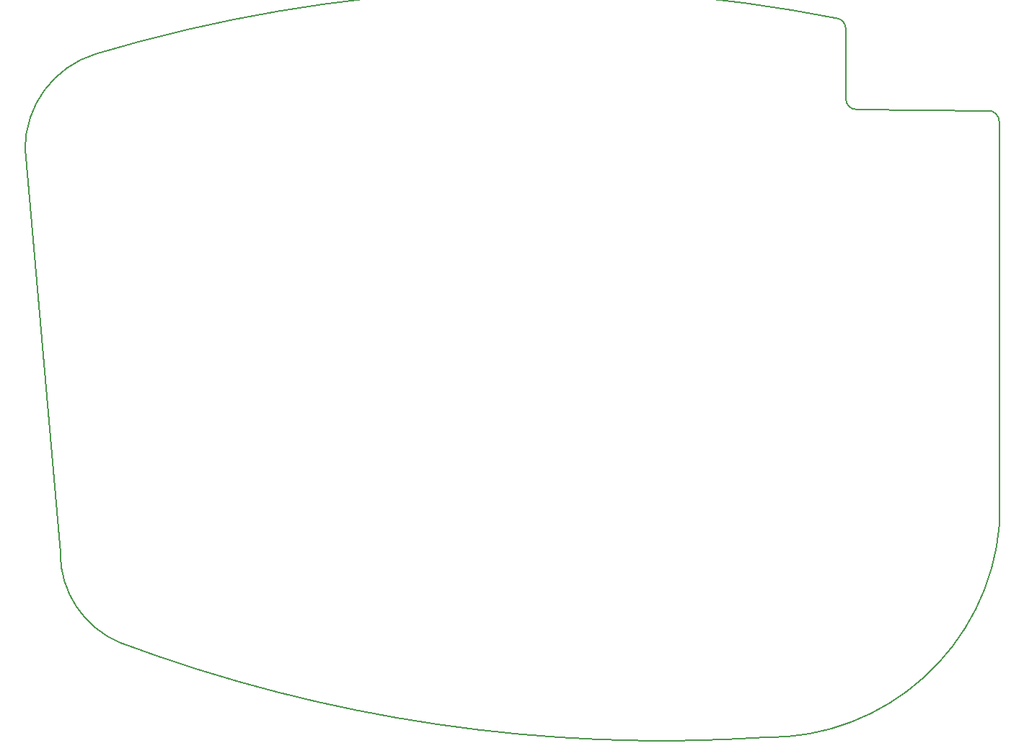
<source format=gm1>
G04 #@! TF.GenerationSoftware,KiCad,Pcbnew,(5.1.4-0-10_14)*
G04 #@! TF.CreationDate,2020-11-29T23:03:10+01:00*
G04 #@! TF.ProjectId,haigha,68616967-6861-42e6-9b69-6361645f7063,2.1*
G04 #@! TF.SameCoordinates,Original*
G04 #@! TF.FileFunction,Profile,NP*
%FSLAX46Y46*%
G04 Gerber Fmt 4.6, Leading zero omitted, Abs format (unit mm)*
G04 Created by KiCad (PCBNEW (5.1.4-0-10_14)) date 2020-11-29 23:03:10*
%MOMM*%
%LPD*%
G04 APERTURE LIST*
%ADD10C,0.150000*%
G04 APERTURE END LIST*
D10*
X143703462Y-78000283D02*
G75*
G02X116070000Y-103030000I-27163463J2220282D01*
G01*
X40448865Y-91903033D02*
G75*
G03X116070000Y-103030000I63642700J169996956D01*
G01*
X37616844Y-22729443D02*
G75*
G02X124759432Y-18581924I51943439J-173831498D01*
G01*
X40448337Y-91904294D02*
G75*
G02X33430000Y-81360000I4411663J10544294D01*
G01*
X126930000Y-29270000D02*
G75*
G02X125660000Y-28000000I0J1270000D01*
G01*
X125660000Y-28000000D02*
X125660000Y-19800000D01*
X124758600Y-18584667D02*
G75*
G02X125660000Y-19800000I-368600J-1215333D01*
G01*
X142330000Y-29410000D02*
G75*
G02X143679844Y-30687527I79844J-1267527D01*
G01*
X29297182Y-33940000D02*
G75*
G02X37616844Y-22729443I11712818J0D01*
G01*
X142330000Y-29410000D02*
X126930000Y-29270000D01*
X29297182Y-33940000D02*
X33430000Y-81360000D01*
X143703461Y-78000283D02*
X143679844Y-30687527D01*
M02*

</source>
